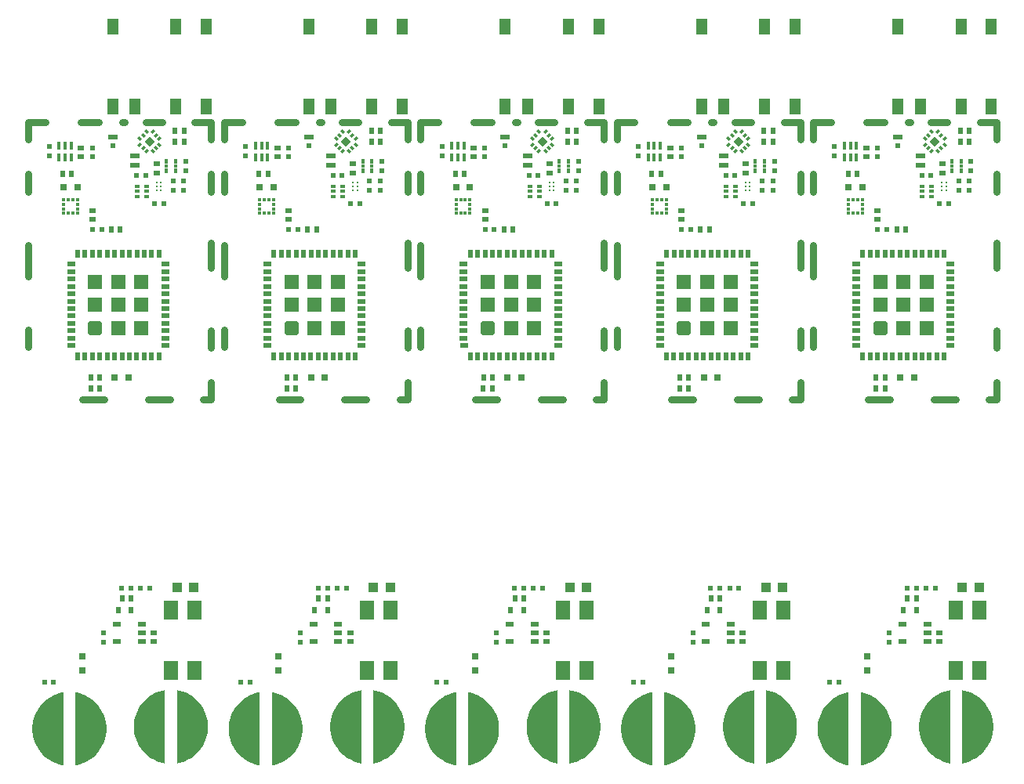
<source format=gtp>
G04*
G04 #@! TF.GenerationSoftware,Altium Limited,Altium Designer,19.1.7 (138)*
G04*
G04 Layer_Color=8421504*
%FSAX25Y25*%
%MOIN*%
G70*
G01*
G75*
%ADD11R,0.02362X0.01968*%
%ADD12R,0.03740X0.01890*%
%ADD13R,0.02362X0.02756*%
%ADD14R,0.02362X0.02520*%
%ADD15R,0.01968X0.02362*%
%ADD16R,0.03937X0.03937*%
%ADD17R,0.06102X0.08268*%
%ADD18R,0.02520X0.02362*%
%ADD20R,0.03150X0.03150*%
%ADD22R,0.03150X0.03150*%
%ADD23R,0.02441X0.02244*%
%ADD24R,0.03937X0.02244*%
%ADD25R,0.01575X0.03543*%
%ADD26R,0.05906X0.05906*%
G04:AMPARAMS|DCode=27|XSize=59.06mil|YSize=59.06mil|CornerRadius=5.91mil|HoleSize=0mil|Usage=FLASHONLY|Rotation=90.000|XOffset=0mil|YOffset=0mil|HoleType=Round|Shape=RoundedRectangle|*
%AMROUNDEDRECTD27*
21,1,0.05906,0.04724,0,0,90.0*
21,1,0.04724,0.05906,0,0,90.0*
1,1,0.01181,0.02362,0.02362*
1,1,0.01181,0.02362,-0.02362*
1,1,0.01181,-0.02362,-0.02362*
1,1,0.01181,-0.02362,0.02362*
%
%ADD27ROUNDEDRECTD27*%
%ADD30R,0.01181X0.01181*%
%ADD31R,0.01181X0.01181*%
%ADD32R,0.03937X0.02362*%
%ADD33R,0.01575X0.01968*%
%ADD34R,0.01575X0.01181*%
%ADD35C,0.01181*%
%ADD36R,0.01968X0.01181*%
%ADD37R,0.02244X0.02441*%
%ADD41R,0.05118X0.07087*%
%ADD43C,0.02953*%
%ADD77R,0.01968X0.03780*%
%ADD78R,0.01929X0.03740*%
%ADD79R,0.01929X0.03740*%
%ADD80R,0.03740X0.01929*%
%ADD81R,0.01968X0.03780*%
%ADD82R,0.01968X0.03780*%
%ADD83R,0.01968X0.03780*%
%ADD84C,0.00039*%
G04:AMPARAMS|DCode=85|XSize=9.84mil|YSize=16.73mil|CornerRadius=0mil|HoleSize=0mil|Usage=FLASHONLY|Rotation=45.000|XOffset=0mil|YOffset=0mil|HoleType=Round|Shape=Rectangle|*
%AMROTATEDRECTD85*
4,1,4,0.00244,-0.00940,-0.00940,0.00244,-0.00244,0.00940,0.00940,-0.00244,0.00244,-0.00940,0.0*
%
%ADD85ROTATEDRECTD85*%

G04:AMPARAMS|DCode=86|XSize=9.84mil|YSize=16.73mil|CornerRadius=0mil|HoleSize=0mil|Usage=FLASHONLY|Rotation=135.000|XOffset=0mil|YOffset=0mil|HoleType=Round|Shape=Rectangle|*
%AMROTATEDRECTD86*
4,1,4,0.00940,0.00244,-0.00244,-0.00940,-0.00940,-0.00244,0.00244,0.00940,0.00940,0.00244,0.0*
%
%ADD86ROTATEDRECTD86*%

%ADD87P,0.04454X4X360.0*%
G36*
X0491319Y0378022D02*
X0491319Y0377284D01*
X0490335D01*
Y0378366D01*
X0490974Y0378366D01*
X0491319Y0378022D01*
D02*
G37*
G36*
X0407854D02*
X0407854Y0377284D01*
X0406870D01*
Y0378366D01*
X0407510Y0378366D01*
X0407854Y0378022D01*
D02*
G37*
G36*
X0324390D02*
X0324390Y0377284D01*
X0323406D01*
Y0378366D01*
X0324045Y0378366D01*
X0324390Y0378022D01*
D02*
G37*
G36*
X0240925D02*
X0240925Y0377284D01*
X0239941D01*
Y0378366D01*
X0240581Y0378366D01*
X0240925Y0378022D01*
D02*
G37*
G36*
X0157461D02*
X0157461Y0377284D01*
X0156476D01*
Y0378366D01*
X0157116Y0378366D01*
X0157461Y0378022D01*
D02*
G37*
G36*
X0540007Y0174719D02*
X0541784Y0174207D01*
X0543489Y0173491D01*
X0545098Y0172580D01*
X0546590Y0171487D01*
X0547943Y0170227D01*
X0549140Y0168817D01*
X0550164Y0167276D01*
X0551000Y0165627D01*
X0551637Y0163891D01*
X0552067Y0162092D01*
X0552284Y0160256D01*
Y0159331D01*
X0552284Y0158406D01*
X0552067Y0156570D01*
X0551637Y0154771D01*
X0551000Y0153035D01*
X0550164Y0151385D01*
X0549140Y0149845D01*
X0547943Y0148435D01*
X0546590Y0147175D01*
X0545098Y0146082D01*
X0543489Y0145171D01*
X0541784Y0144454D01*
X0540007Y0143942D01*
X0539095Y0143792D01*
X0539095Y0143792D01*
Y0174869D01*
X0540007Y0174719D01*
D02*
G37*
G36*
X0456542D02*
X0458319Y0174207D01*
X0460024Y0173491D01*
X0461634Y0172580D01*
X0463125Y0171487D01*
X0464479Y0170227D01*
X0465676Y0168817D01*
X0466699Y0167276D01*
X0467535Y0165627D01*
X0468173Y0163891D01*
X0468603Y0162092D01*
X0468819Y0160256D01*
Y0159331D01*
X0468819Y0158406D01*
X0468603Y0156570D01*
X0468173Y0154771D01*
X0467535Y0153035D01*
X0466699Y0151385D01*
X0465676Y0149845D01*
X0464479Y0148435D01*
X0463126Y0147175D01*
X0461634Y0146082D01*
X0460024Y0145171D01*
X0458320Y0144454D01*
X0456542Y0143942D01*
X0455630Y0143792D01*
X0455630Y0143792D01*
Y0174869D01*
X0456542Y0174719D01*
D02*
G37*
G36*
X0373078D02*
X0374855Y0174207D01*
X0376560Y0173491D01*
X0378169Y0172580D01*
X0379661Y0171487D01*
X0381014Y0170227D01*
X0382211Y0168817D01*
X0383235Y0167276D01*
X0384071Y0165627D01*
X0384708Y0163891D01*
X0385138Y0162092D01*
X0385354Y0160256D01*
Y0159331D01*
X0385355Y0158406D01*
X0385138Y0156570D01*
X0384708Y0154771D01*
X0384071Y0153035D01*
X0383235Y0151385D01*
X0382211Y0149845D01*
X0381014Y0148435D01*
X0379661Y0147175D01*
X0378169Y0146082D01*
X0376560Y0145171D01*
X0374855Y0144454D01*
X0373078Y0143942D01*
X0372165Y0143792D01*
X0372165Y0143792D01*
Y0174869D01*
X0373078Y0174719D01*
D02*
G37*
G36*
X0289613D02*
X0291390Y0174207D01*
X0293095Y0173491D01*
X0294705Y0172580D01*
X0296196Y0171487D01*
X0297550Y0170227D01*
X0298746Y0168817D01*
X0299770Y0167276D01*
X0300606Y0165627D01*
X0301244Y0163891D01*
X0301674Y0162092D01*
X0301890Y0160256D01*
Y0159331D01*
X0301890Y0158406D01*
X0301674Y0156570D01*
X0301244Y0154771D01*
X0300606Y0153035D01*
X0299770Y0151385D01*
X0298746Y0149845D01*
X0297550Y0148435D01*
X0296196Y0147175D01*
X0294705Y0146082D01*
X0293095Y0145171D01*
X0291390Y0144454D01*
X0289613Y0143942D01*
X0288701Y0143792D01*
X0288701Y0143792D01*
Y0174869D01*
X0289613Y0174719D01*
D02*
G37*
G36*
X0206149D02*
X0207926Y0174207D01*
X0209631Y0173491D01*
X0211240Y0172580D01*
X0212732Y0171487D01*
X0214085Y0170227D01*
X0215282Y0168817D01*
X0216305Y0167276D01*
X0217142Y0165627D01*
X0217779Y0163891D01*
X0218209Y0162092D01*
X0218425Y0160256D01*
Y0159331D01*
X0218425Y0158406D01*
X0218209Y0156570D01*
X0217779Y0154771D01*
X0217142Y0153035D01*
X0216305Y0151385D01*
X0215282Y0149845D01*
X0214085Y0148435D01*
X0212732Y0147175D01*
X0211240Y0146082D01*
X0209631Y0145171D01*
X0207926Y0144454D01*
X0206149Y0143942D01*
X0205236Y0143792D01*
X0205236Y0143792D01*
Y0174869D01*
X0206149Y0174719D01*
D02*
G37*
G36*
X0533977Y0143792D02*
X0533064Y0143942D01*
X0531287Y0144454D01*
X0529582Y0145171D01*
X0527973Y0146082D01*
X0526481Y0147175D01*
X0525128Y0148435D01*
X0523931Y0149845D01*
X0522907Y0151385D01*
X0522071Y0153035D01*
X0521434Y0154771D01*
X0521004Y0156569D01*
X0520787Y0158406D01*
Y0159331D01*
Y0159331D01*
X0520787Y0160255D01*
X0521004Y0162092D01*
X0521434Y0163891D01*
X0522071Y0165627D01*
X0522907Y0167276D01*
X0523931Y0168816D01*
X0525128Y0170226D01*
X0526481Y0171486D01*
X0527973Y0172580D01*
X0529582Y0173491D01*
X0531287Y0174207D01*
X0533064Y0174719D01*
X0533977Y0174869D01*
X0533977Y0174869D01*
X0533977Y0143792D01*
D02*
G37*
G36*
X0450512D02*
X0449600Y0143942D01*
X0447823Y0144454D01*
X0446118Y0145171D01*
X0444508Y0146082D01*
X0443016Y0147175D01*
X0441663Y0148435D01*
X0440466Y0149845D01*
X0439443Y0151385D01*
X0438607Y0153035D01*
X0437969Y0154771D01*
X0437539Y0156569D01*
X0437323Y0158406D01*
Y0159331D01*
Y0159331D01*
X0437323Y0160255D01*
X0437539Y0162092D01*
X0437969Y0163891D01*
X0438607Y0165627D01*
X0439443Y0167276D01*
X0440466Y0168816D01*
X0441663Y0170226D01*
X0443016Y0171486D01*
X0444508Y0172580D01*
X0446117Y0173491D01*
X0447822Y0174207D01*
X0449600Y0174719D01*
X0450512Y0174869D01*
X0450512Y0174869D01*
X0450512Y0143792D01*
D02*
G37*
G36*
X0367047D02*
X0366135Y0143942D01*
X0364358Y0144454D01*
X0362653Y0145171D01*
X0361044Y0146082D01*
X0359552Y0147175D01*
X0358198Y0148435D01*
X0357002Y0149845D01*
X0355978Y0151385D01*
X0355142Y0153035D01*
X0354505Y0154771D01*
X0354075Y0156569D01*
X0353858Y0158406D01*
Y0159331D01*
Y0159331D01*
X0353858Y0160255D01*
X0354075Y0162092D01*
X0354504Y0163891D01*
X0355142Y0165627D01*
X0355978Y0167276D01*
X0357002Y0168816D01*
X0358198Y0170226D01*
X0359552Y0171486D01*
X0361044Y0172580D01*
X0362653Y0173491D01*
X0364358Y0174207D01*
X0366135Y0174719D01*
X0367047Y0174869D01*
X0367047Y0174869D01*
X0367047Y0143792D01*
D02*
G37*
G36*
X0283583D02*
X0282670Y0143942D01*
X0280893Y0144454D01*
X0279188Y0145171D01*
X0277579Y0146082D01*
X0276087Y0147175D01*
X0274734Y0148435D01*
X0273537Y0149845D01*
X0272514Y0151385D01*
X0271677Y0153035D01*
X0271040Y0154771D01*
X0270610Y0156569D01*
X0270394Y0158406D01*
Y0159331D01*
Y0159331D01*
X0270394Y0160255D01*
X0270610Y0162092D01*
X0271040Y0163891D01*
X0271677Y0165627D01*
X0272514Y0167276D01*
X0273537Y0168816D01*
X0274734Y0170226D01*
X0276087Y0171486D01*
X0277579Y0172580D01*
X0279188Y0173491D01*
X0280893Y0174207D01*
X0282670Y0174719D01*
X0283583Y0174869D01*
X0283583Y0174869D01*
X0283583Y0143792D01*
D02*
G37*
G36*
X0200118D02*
X0199206Y0143942D01*
X0197429Y0144454D01*
X0195724Y0145171D01*
X0194114Y0146082D01*
X0192623Y0147175D01*
X0191269Y0148435D01*
X0190073Y0149845D01*
X0189049Y0151385D01*
X0188213Y0153035D01*
X0187575Y0154771D01*
X0187145Y0156569D01*
X0186929Y0158406D01*
Y0159331D01*
Y0159331D01*
X0186929Y0160255D01*
X0187145Y0162092D01*
X0187575Y0163891D01*
X0188213Y0165627D01*
X0189049Y0167276D01*
X0190073Y0168816D01*
X0191269Y0170226D01*
X0192623Y0171486D01*
X0194114Y0172580D01*
X0195724Y0173491D01*
X0197429Y0174207D01*
X0199206Y0174719D01*
X0200118Y0174869D01*
X0200118Y0174869D01*
X0200118Y0143792D01*
D02*
G37*
G36*
X0496818Y0173853D02*
X0498595Y0173341D01*
X0500300Y0172625D01*
X0501909Y0171714D01*
X0503401Y0170621D01*
X0504754Y0169360D01*
X0505951Y0167950D01*
X0506975Y0166410D01*
X0507811Y0164761D01*
X0508448Y0163025D01*
X0508878Y0161226D01*
X0509095Y0159389D01*
Y0158465D01*
X0509095Y0157540D01*
X0508878Y0155703D01*
X0508448Y0153905D01*
X0507811Y0152169D01*
X0506975Y0150519D01*
X0505951Y0148979D01*
X0504754Y0147569D01*
X0503401Y0146309D01*
X0501909Y0145216D01*
X0500300Y0144305D01*
X0498595Y0143588D01*
X0496818Y0143076D01*
X0495906Y0142926D01*
X0495906Y0142926D01*
Y0174003D01*
X0496818Y0173853D01*
D02*
G37*
G36*
X0413353D02*
X0415131Y0173341D01*
X0416835Y0172625D01*
X0418445Y0171714D01*
X0419936Y0170621D01*
X0421290Y0169360D01*
X0422487Y0167950D01*
X0423510Y0166410D01*
X0424346Y0164761D01*
X0424984Y0163025D01*
X0425414Y0161226D01*
X0425630Y0159389D01*
Y0158465D01*
X0425630Y0157540D01*
X0425414Y0155703D01*
X0424984Y0153905D01*
X0424346Y0152169D01*
X0423510Y0150519D01*
X0422487Y0148979D01*
X0421290Y0147569D01*
X0419937Y0146309D01*
X0418445Y0145216D01*
X0416835Y0144305D01*
X0415131Y0143588D01*
X0413353Y0143076D01*
X0412441Y0142926D01*
X0412441Y0142926D01*
Y0174003D01*
X0413353Y0173853D01*
D02*
G37*
G36*
X0329889D02*
X0331666Y0173341D01*
X0333371Y0172625D01*
X0334980Y0171714D01*
X0336472Y0170621D01*
X0337825Y0169360D01*
X0339022Y0167950D01*
X0340046Y0166410D01*
X0340882Y0164761D01*
X0341519Y0163025D01*
X0341949Y0161226D01*
X0342166Y0159389D01*
Y0158465D01*
X0342166Y0157540D01*
X0341949Y0155703D01*
X0341519Y0153905D01*
X0340882Y0152169D01*
X0340046Y0150519D01*
X0339022Y0148979D01*
X0337825Y0147569D01*
X0336472Y0146309D01*
X0334980Y0145216D01*
X0333371Y0144305D01*
X0331666Y0143588D01*
X0329889Y0143076D01*
X0328976Y0142926D01*
X0328976Y0142926D01*
Y0174003D01*
X0329889Y0173853D01*
D02*
G37*
G36*
X0246424D02*
X0248201Y0173341D01*
X0249906Y0172625D01*
X0251516Y0171714D01*
X0253007Y0170621D01*
X0254361Y0169360D01*
X0255557Y0167950D01*
X0256581Y0166410D01*
X0257417Y0164761D01*
X0258055Y0163025D01*
X0258485Y0161226D01*
X0258701Y0159389D01*
Y0158465D01*
X0258701Y0157540D01*
X0258485Y0155703D01*
X0258055Y0153905D01*
X0257417Y0152169D01*
X0256581Y0150519D01*
X0255558Y0148979D01*
X0254361Y0147569D01*
X0253007Y0146309D01*
X0251516Y0145216D01*
X0249906Y0144305D01*
X0248201Y0143588D01*
X0246424Y0143076D01*
X0245512Y0142926D01*
X0245512Y0142926D01*
Y0174003D01*
X0246424Y0173853D01*
D02*
G37*
G36*
X0162960D02*
X0164737Y0173341D01*
X0166442Y0172625D01*
X0168051Y0171714D01*
X0169543Y0170621D01*
X0170896Y0169360D01*
X0172093Y0167950D01*
X0173117Y0166410D01*
X0173953Y0164761D01*
X0174590Y0163025D01*
X0175020Y0161226D01*
X0175236Y0159389D01*
Y0158465D01*
X0175236Y0157540D01*
X0175020Y0155703D01*
X0174590Y0153905D01*
X0173953Y0152169D01*
X0173117Y0150519D01*
X0172093Y0148979D01*
X0170896Y0147569D01*
X0169543Y0146309D01*
X0168051Y0145216D01*
X0166442Y0144305D01*
X0164737Y0143588D01*
X0162960Y0143076D01*
X0162047Y0142926D01*
X0162047Y0142926D01*
Y0174003D01*
X0162960Y0173853D01*
D02*
G37*
G36*
X0490788Y0142926D02*
X0489875Y0143076D01*
X0488098Y0143588D01*
X0486393Y0144305D01*
X0484784Y0145215D01*
X0483292Y0146309D01*
X0481939Y0147569D01*
X0480742Y0148979D01*
X0479718Y0150519D01*
X0478882Y0152169D01*
X0478245Y0153904D01*
X0477815Y0155703D01*
X0477598Y0157540D01*
Y0158464D01*
Y0158464D01*
X0477598Y0159389D01*
X0477815Y0161226D01*
X0478245Y0163024D01*
X0478882Y0164760D01*
X0479718Y0166410D01*
X0480742Y0167950D01*
X0481939Y0169360D01*
X0483292Y0170620D01*
X0484784Y0171713D01*
X0486393Y0172625D01*
X0488098Y0173341D01*
X0489875Y0173853D01*
X0490788Y0174003D01*
X0490788Y0174003D01*
X0490788Y0142926D01*
D02*
G37*
G36*
X0407323D02*
X0406411Y0143076D01*
X0404634Y0143588D01*
X0402929Y0144305D01*
X0401319Y0145215D01*
X0399828Y0146309D01*
X0398474Y0147569D01*
X0397277Y0148979D01*
X0396254Y0150519D01*
X0395418Y0152169D01*
X0394780Y0153904D01*
X0394350Y0155703D01*
X0394134Y0157540D01*
Y0158464D01*
Y0158464D01*
X0394134Y0159389D01*
X0394350Y0161226D01*
X0394780Y0163024D01*
X0395417Y0164760D01*
X0396254Y0166410D01*
X0397277Y0167950D01*
X0398474Y0169360D01*
X0399828Y0170620D01*
X0401319Y0171713D01*
X0402928Y0172625D01*
X0404634Y0173341D01*
X0406411Y0173853D01*
X0407323Y0174003D01*
X0407323Y0174003D01*
X0407323Y0142926D01*
D02*
G37*
G36*
X0323858D02*
X0322946Y0143076D01*
X0321169Y0143588D01*
X0319464Y0144305D01*
X0317855Y0145215D01*
X0316363Y0146309D01*
X0315009Y0147569D01*
X0313813Y0148979D01*
X0312789Y0150519D01*
X0311953Y0152169D01*
X0311316Y0153904D01*
X0310886Y0155703D01*
X0310669Y0157540D01*
Y0158464D01*
Y0158464D01*
X0310669Y0159389D01*
X0310886Y0161226D01*
X0311315Y0163024D01*
X0311953Y0164760D01*
X0312789Y0166410D01*
X0313813Y0167950D01*
X0315009Y0169360D01*
X0316363Y0170620D01*
X0317855Y0171713D01*
X0319464Y0172625D01*
X0321169Y0173341D01*
X0322946Y0173853D01*
X0323858Y0174003D01*
X0323858Y0174003D01*
X0323858Y0142926D01*
D02*
G37*
G36*
X0240394D02*
X0239481Y0143076D01*
X0237704Y0143588D01*
X0235999Y0144305D01*
X0234390Y0145215D01*
X0232898Y0146309D01*
X0231545Y0147569D01*
X0230348Y0148979D01*
X0229325Y0150519D01*
X0228488Y0152169D01*
X0227851Y0153904D01*
X0227421Y0155703D01*
X0227205Y0157540D01*
Y0158464D01*
Y0158464D01*
X0227205Y0159389D01*
X0227421Y0161226D01*
X0227851Y0163024D01*
X0228488Y0164760D01*
X0229325Y0166410D01*
X0230348Y0167950D01*
X0231545Y0169360D01*
X0232898Y0170620D01*
X0234390Y0171713D01*
X0235999Y0172625D01*
X0237704Y0173341D01*
X0239481Y0173853D01*
X0240394Y0174003D01*
X0240394Y0174003D01*
X0240394Y0142926D01*
D02*
G37*
G36*
X0156929D02*
X0156017Y0143076D01*
X0154240Y0143588D01*
X0152535Y0144305D01*
X0150926Y0145215D01*
X0149434Y0146309D01*
X0148080Y0147569D01*
X0146884Y0148979D01*
X0145860Y0150519D01*
X0145024Y0152169D01*
X0144386Y0153904D01*
X0143956Y0155703D01*
X0143740Y0157540D01*
Y0158464D01*
Y0158464D01*
X0143740Y0159389D01*
X0143956Y0161226D01*
X0144386Y0163024D01*
X0145024Y0164760D01*
X0145860Y0166410D01*
X0146883Y0167950D01*
X0148080Y0169360D01*
X0149434Y0170620D01*
X0150926Y0171713D01*
X0152535Y0172625D01*
X0154240Y0173341D01*
X0156017Y0173853D01*
X0156929Y0174003D01*
X0156929Y0174003D01*
X0156929Y0142926D01*
D02*
G37*
D11*
X0174151Y0199343D02*
D03*
Y0195405D02*
D03*
X0169213Y0405788D02*
D03*
Y0401851D02*
D03*
X0150945Y0406220D02*
D03*
Y0402283D02*
D03*
X0208937Y0395906D02*
D03*
Y0399843D02*
D03*
X0203661Y0391654D02*
D03*
Y0387717D02*
D03*
X0208150Y0391654D02*
D03*
Y0387717D02*
D03*
X0257615Y0199343D02*
D03*
Y0195405D02*
D03*
X0252677Y0405788D02*
D03*
Y0401851D02*
D03*
X0234409Y0406220D02*
D03*
Y0402283D02*
D03*
X0292402Y0395906D02*
D03*
Y0399843D02*
D03*
X0287126Y0391654D02*
D03*
Y0387717D02*
D03*
X0291614Y0391654D02*
D03*
Y0387717D02*
D03*
X0341080Y0199343D02*
D03*
Y0195405D02*
D03*
X0336142Y0405788D02*
D03*
Y0401851D02*
D03*
X0317874Y0406220D02*
D03*
Y0402283D02*
D03*
X0375866Y0395906D02*
D03*
Y0399843D02*
D03*
X0370590Y0391654D02*
D03*
Y0387717D02*
D03*
X0375079Y0391654D02*
D03*
Y0387717D02*
D03*
X0424544Y0199343D02*
D03*
Y0195405D02*
D03*
X0419606Y0405788D02*
D03*
Y0401851D02*
D03*
X0401339Y0406220D02*
D03*
Y0402283D02*
D03*
X0459331Y0395906D02*
D03*
Y0399843D02*
D03*
X0454055Y0391654D02*
D03*
Y0387717D02*
D03*
X0458543Y0391654D02*
D03*
Y0387717D02*
D03*
X0508009Y0199343D02*
D03*
Y0195405D02*
D03*
X0503071Y0405788D02*
D03*
Y0401851D02*
D03*
X0484803Y0406220D02*
D03*
Y0402283D02*
D03*
X0542795Y0395906D02*
D03*
Y0399843D02*
D03*
X0537520Y0391654D02*
D03*
Y0387717D02*
D03*
X0542008Y0391654D02*
D03*
Y0387717D02*
D03*
D12*
X0190371Y0199240D02*
D03*
X0179741Y0195499D02*
D03*
Y0202980D02*
D03*
X0190371D02*
D03*
Y0195499D02*
D03*
X0273835Y0199240D02*
D03*
X0263206Y0195499D02*
D03*
Y0202980D02*
D03*
X0273835D02*
D03*
Y0195499D02*
D03*
X0357300Y0199240D02*
D03*
X0346670Y0195499D02*
D03*
Y0202980D02*
D03*
X0357300D02*
D03*
Y0195499D02*
D03*
X0440765Y0199240D02*
D03*
X0430135Y0195499D02*
D03*
Y0202980D02*
D03*
X0440765D02*
D03*
Y0195499D02*
D03*
X0524229Y0199240D02*
D03*
X0513599Y0195499D02*
D03*
Y0202980D02*
D03*
X0524229D02*
D03*
Y0195499D02*
D03*
D13*
X0185748Y0208858D02*
D03*
X0180236D02*
D03*
X0269213D02*
D03*
X0263701D02*
D03*
X0352677D02*
D03*
X0347165D02*
D03*
X0436142D02*
D03*
X0430630D02*
D03*
X0519606D02*
D03*
X0514095D02*
D03*
D14*
X0185709Y0213976D02*
D03*
X0181929D02*
D03*
X0168543Y0303307D02*
D03*
X0172323D02*
D03*
X0168583Y0307992D02*
D03*
X0172362D02*
D03*
X0160472Y0394488D02*
D03*
X0156693D02*
D03*
X0181142Y0370827D02*
D03*
X0177362D02*
D03*
X0208189Y0412992D02*
D03*
X0204409D02*
D03*
X0208189Y0408268D02*
D03*
X0204409D02*
D03*
X0269173Y0213976D02*
D03*
X0265394D02*
D03*
X0252008Y0303307D02*
D03*
X0255787D02*
D03*
X0252047Y0307992D02*
D03*
X0255827D02*
D03*
X0243937Y0394488D02*
D03*
X0240157D02*
D03*
X0264606Y0370827D02*
D03*
X0260827D02*
D03*
X0291653Y0412992D02*
D03*
X0287874D02*
D03*
X0291653Y0408268D02*
D03*
X0287874D02*
D03*
X0352638Y0213976D02*
D03*
X0348858D02*
D03*
X0335472Y0303307D02*
D03*
X0339252D02*
D03*
X0335512Y0307992D02*
D03*
X0339291D02*
D03*
X0327401Y0394488D02*
D03*
X0323622D02*
D03*
X0348071Y0370827D02*
D03*
X0344291D02*
D03*
X0375118Y0412992D02*
D03*
X0371339D02*
D03*
X0375118Y0408268D02*
D03*
X0371339D02*
D03*
X0436102Y0213976D02*
D03*
X0432323D02*
D03*
X0418937Y0303307D02*
D03*
X0422717D02*
D03*
X0418976Y0307992D02*
D03*
X0422756D02*
D03*
X0410866Y0394488D02*
D03*
X0407087D02*
D03*
X0431535Y0370827D02*
D03*
X0427756D02*
D03*
X0458583Y0412992D02*
D03*
X0454803D02*
D03*
X0458583Y0408268D02*
D03*
X0454803D02*
D03*
X0519567Y0213976D02*
D03*
X0515788D02*
D03*
X0502402Y0303307D02*
D03*
X0506181D02*
D03*
X0502441Y0307992D02*
D03*
X0506220D02*
D03*
X0494331Y0394488D02*
D03*
X0490551D02*
D03*
X0515000Y0370827D02*
D03*
X0511221D02*
D03*
X0542047Y0412992D02*
D03*
X0538268D02*
D03*
X0542047Y0408268D02*
D03*
X0538268D02*
D03*
D15*
X0181772Y0218425D02*
D03*
X0185709D02*
D03*
X0189803D02*
D03*
X0193740D02*
D03*
X0152835Y0178228D02*
D03*
X0148898D02*
D03*
X0173189Y0370827D02*
D03*
X0169252D02*
D03*
X0195590Y0381851D02*
D03*
X0199528D02*
D03*
X0265236Y0218425D02*
D03*
X0269173D02*
D03*
X0273268D02*
D03*
X0277205D02*
D03*
X0236299Y0178228D02*
D03*
X0232362D02*
D03*
X0256653Y0370827D02*
D03*
X0252716D02*
D03*
X0279055Y0381851D02*
D03*
X0282992D02*
D03*
X0348701Y0218425D02*
D03*
X0352638D02*
D03*
X0356732D02*
D03*
X0360669D02*
D03*
X0319764Y0178228D02*
D03*
X0315827D02*
D03*
X0340118Y0370827D02*
D03*
X0336181D02*
D03*
X0362520Y0381851D02*
D03*
X0366457D02*
D03*
X0432165Y0218425D02*
D03*
X0436102D02*
D03*
X0440197D02*
D03*
X0444134D02*
D03*
X0403228Y0178228D02*
D03*
X0399291D02*
D03*
X0423583Y0370827D02*
D03*
X0419646D02*
D03*
X0445984Y0381851D02*
D03*
X0449921D02*
D03*
X0515630Y0218425D02*
D03*
X0519567D02*
D03*
X0523662D02*
D03*
X0527598D02*
D03*
X0486693Y0178228D02*
D03*
X0482756D02*
D03*
X0507047Y0370827D02*
D03*
X0503110D02*
D03*
X0529449Y0381851D02*
D03*
X0533386D02*
D03*
D16*
X0205297Y0218622D02*
D03*
X0212384D02*
D03*
X0288762D02*
D03*
X0295848D02*
D03*
X0372226D02*
D03*
X0379313D02*
D03*
X0455691D02*
D03*
X0462777D02*
D03*
X0539155D02*
D03*
X0546242D02*
D03*
D17*
X0202559Y0208819D02*
D03*
X0212559Y0183228D02*
D03*
X0202559D02*
D03*
X0212559Y0208819D02*
D03*
X0286024D02*
D03*
X0296024Y0183228D02*
D03*
X0286024D02*
D03*
X0296024Y0208819D02*
D03*
X0369488D02*
D03*
X0379488Y0183228D02*
D03*
X0369488D02*
D03*
X0379488Y0208819D02*
D03*
X0452953D02*
D03*
X0462953Y0183228D02*
D03*
X0452953D02*
D03*
X0462953Y0208819D02*
D03*
X0536417D02*
D03*
X0546417Y0183228D02*
D03*
X0536417D02*
D03*
X0546417Y0208819D02*
D03*
D18*
X0195410Y0195484D02*
D03*
Y0199264D02*
D03*
X0164488Y0401929D02*
D03*
Y0405709D02*
D03*
X0169252Y0379055D02*
D03*
Y0375276D02*
D03*
X0196693Y0395079D02*
D03*
Y0398858D02*
D03*
X0278875Y0195484D02*
D03*
Y0199264D02*
D03*
X0247953Y0401929D02*
D03*
Y0405709D02*
D03*
X0252716Y0379055D02*
D03*
Y0375276D02*
D03*
X0280157Y0395079D02*
D03*
Y0398858D02*
D03*
X0362339Y0195484D02*
D03*
Y0199264D02*
D03*
X0331417Y0401929D02*
D03*
Y0405709D02*
D03*
X0336181Y0379055D02*
D03*
Y0375276D02*
D03*
X0363622Y0395079D02*
D03*
Y0398858D02*
D03*
X0445804Y0195484D02*
D03*
Y0199264D02*
D03*
X0414882Y0401929D02*
D03*
Y0405709D02*
D03*
X0419646Y0379055D02*
D03*
Y0375276D02*
D03*
X0447087Y0395079D02*
D03*
Y0398858D02*
D03*
X0529269Y0195484D02*
D03*
Y0199264D02*
D03*
X0498347Y0401929D02*
D03*
Y0405709D02*
D03*
X0503110Y0379055D02*
D03*
Y0375276D02*
D03*
X0530551Y0395079D02*
D03*
Y0398858D02*
D03*
D20*
X0164961Y0183169D02*
D03*
Y0189469D02*
D03*
X0248425Y0183169D02*
D03*
Y0189469D02*
D03*
X0331890Y0183169D02*
D03*
Y0189469D02*
D03*
X0415354Y0183169D02*
D03*
Y0189469D02*
D03*
X0498819Y0183169D02*
D03*
Y0189469D02*
D03*
D22*
X0184685Y0308032D02*
D03*
X0178779D02*
D03*
X0156968Y0389055D02*
D03*
X0162874D02*
D03*
X0268150Y0308032D02*
D03*
X0262244D02*
D03*
X0240433Y0389055D02*
D03*
X0246339D02*
D03*
X0351614Y0308032D02*
D03*
X0345709D02*
D03*
X0323898Y0389055D02*
D03*
X0329803D02*
D03*
X0435079Y0308032D02*
D03*
X0429173D02*
D03*
X0407362Y0389055D02*
D03*
X0413268D02*
D03*
X0518543Y0308032D02*
D03*
X0512638D02*
D03*
X0490827Y0389055D02*
D03*
X0496732D02*
D03*
D23*
X0177874Y0406693D02*
D03*
X0261338D02*
D03*
X0344803D02*
D03*
X0428268D02*
D03*
X0511732D02*
D03*
D24*
X0177874Y0410394D02*
D03*
X0261338D02*
D03*
X0344803D02*
D03*
X0428268D02*
D03*
X0511732D02*
D03*
D25*
X0155157Y0401654D02*
D03*
X0157717D02*
D03*
X0160276D02*
D03*
Y0406772D02*
D03*
X0157717D02*
D03*
X0155157D02*
D03*
X0238622Y0401654D02*
D03*
X0241181D02*
D03*
X0243740D02*
D03*
Y0406772D02*
D03*
X0241181D02*
D03*
X0238622D02*
D03*
X0322087Y0401654D02*
D03*
X0324646D02*
D03*
X0327205D02*
D03*
Y0406772D02*
D03*
X0324646D02*
D03*
X0322087D02*
D03*
X0405551Y0401654D02*
D03*
X0408110D02*
D03*
X0410669D02*
D03*
Y0406772D02*
D03*
X0408110D02*
D03*
X0405551D02*
D03*
X0489016Y0401654D02*
D03*
X0491575D02*
D03*
X0494134D02*
D03*
Y0406772D02*
D03*
X0491575D02*
D03*
X0489016D02*
D03*
D26*
X0190118Y0348748D02*
D03*
Y0338906D02*
D03*
Y0328965D02*
D03*
X0180276Y0348748D02*
D03*
Y0338906D02*
D03*
Y0329063D02*
D03*
X0170433Y0348748D02*
D03*
X0170433Y0338906D02*
D03*
X0273583Y0348748D02*
D03*
Y0338906D02*
D03*
Y0328965D02*
D03*
X0263740Y0348748D02*
D03*
Y0338906D02*
D03*
Y0329063D02*
D03*
X0253898Y0348748D02*
D03*
X0253898Y0338906D02*
D03*
X0357047Y0348748D02*
D03*
Y0338906D02*
D03*
Y0328965D02*
D03*
X0347205Y0348748D02*
D03*
Y0338906D02*
D03*
Y0329063D02*
D03*
X0337362Y0348748D02*
D03*
X0337362Y0338906D02*
D03*
X0440512Y0348748D02*
D03*
Y0338906D02*
D03*
Y0328965D02*
D03*
X0430669Y0348748D02*
D03*
Y0338906D02*
D03*
Y0329063D02*
D03*
X0420827Y0348748D02*
D03*
X0420827Y0338906D02*
D03*
X0523976Y0348748D02*
D03*
Y0338906D02*
D03*
Y0328965D02*
D03*
X0514134Y0348748D02*
D03*
Y0338906D02*
D03*
Y0329063D02*
D03*
X0504291Y0348748D02*
D03*
X0504291Y0338906D02*
D03*
D27*
X0170433Y0329063D02*
D03*
X0253898D02*
D03*
X0337362D02*
D03*
X0420827D02*
D03*
X0504291D02*
D03*
D30*
X0156968Y0379803D02*
D03*
Y0381772D02*
D03*
X0162874D02*
D03*
X0162874Y0379803D02*
D03*
X0240433D02*
D03*
Y0381772D02*
D03*
X0246339D02*
D03*
X0246339Y0379803D02*
D03*
X0323898D02*
D03*
Y0381772D02*
D03*
X0329803D02*
D03*
X0329803Y0379803D02*
D03*
X0407362D02*
D03*
Y0381772D02*
D03*
X0413268D02*
D03*
X0413268Y0379803D02*
D03*
X0490827D02*
D03*
Y0381772D02*
D03*
X0496732D02*
D03*
X0496732Y0379803D02*
D03*
D31*
X0156968Y0383740D02*
D03*
X0158937D02*
D03*
X0160906D02*
D03*
X0162874D02*
D03*
Y0377835D02*
D03*
X0160906D02*
D03*
X0158937D02*
D03*
X0156968D02*
D03*
X0240433Y0383740D02*
D03*
X0242402D02*
D03*
X0244370D02*
D03*
X0246339D02*
D03*
Y0377835D02*
D03*
X0244370D02*
D03*
X0242402D02*
D03*
X0240433D02*
D03*
X0323898Y0383740D02*
D03*
X0325866D02*
D03*
X0327835D02*
D03*
X0329803D02*
D03*
Y0377835D02*
D03*
X0327835D02*
D03*
X0325866D02*
D03*
X0323898D02*
D03*
X0407362Y0383740D02*
D03*
X0409331D02*
D03*
X0411299D02*
D03*
X0413268D02*
D03*
Y0377835D02*
D03*
X0411299D02*
D03*
X0409331D02*
D03*
X0407362D02*
D03*
X0490827Y0383740D02*
D03*
X0492795D02*
D03*
X0494764D02*
D03*
X0496732D02*
D03*
Y0377835D02*
D03*
X0494764D02*
D03*
X0492795D02*
D03*
X0490827D02*
D03*
D32*
X0187323Y0398386D02*
D03*
Y0402166D02*
D03*
X0270787Y0398386D02*
D03*
Y0402166D02*
D03*
X0354252Y0398386D02*
D03*
Y0402166D02*
D03*
X0437716Y0398386D02*
D03*
Y0402166D02*
D03*
X0521181Y0398386D02*
D03*
Y0402166D02*
D03*
D33*
X0200709Y0395945D02*
D03*
Y0400118D02*
D03*
X0204646Y0395945D02*
D03*
Y0400118D02*
D03*
X0284173Y0395945D02*
D03*
Y0400118D02*
D03*
X0288110Y0395945D02*
D03*
Y0400118D02*
D03*
X0367638Y0395945D02*
D03*
Y0400118D02*
D03*
X0371575Y0395945D02*
D03*
Y0400118D02*
D03*
X0451102Y0395945D02*
D03*
Y0400118D02*
D03*
X0455039Y0395945D02*
D03*
Y0400118D02*
D03*
X0534567Y0395945D02*
D03*
Y0400118D02*
D03*
X0538504Y0395945D02*
D03*
Y0400118D02*
D03*
D34*
X0200709Y0398032D02*
D03*
X0204646D02*
D03*
X0284173D02*
D03*
X0288110D02*
D03*
X0367638D02*
D03*
X0371575D02*
D03*
X0451102D02*
D03*
X0455039D02*
D03*
X0534567D02*
D03*
X0538504D02*
D03*
D35*
X0196634Y0391102D02*
D03*
X0198406D02*
D03*
X0196634Y0389331D02*
D03*
X0198406D02*
D03*
X0196634Y0387559D02*
D03*
X0198406D02*
D03*
X0280098Y0391102D02*
D03*
X0281870D02*
D03*
X0280098Y0389331D02*
D03*
X0281870D02*
D03*
X0280098Y0387559D02*
D03*
X0281870D02*
D03*
X0363563Y0391102D02*
D03*
X0365335D02*
D03*
X0363563Y0389331D02*
D03*
X0365335D02*
D03*
X0363563Y0387559D02*
D03*
X0365335D02*
D03*
X0447027Y0391102D02*
D03*
X0448799D02*
D03*
X0447027Y0389331D02*
D03*
X0448799D02*
D03*
X0447027Y0387559D02*
D03*
X0448799D02*
D03*
X0530492Y0391102D02*
D03*
X0532264D02*
D03*
X0530492Y0389331D02*
D03*
X0532264D02*
D03*
X0530492Y0387559D02*
D03*
X0532264D02*
D03*
D36*
X0192244Y0389331D02*
D03*
Y0387165D02*
D03*
Y0385000D02*
D03*
X0188307Y0389331D02*
D03*
Y0387165D02*
D03*
Y0385000D02*
D03*
X0275709Y0389331D02*
D03*
Y0387165D02*
D03*
Y0385000D02*
D03*
X0271772Y0389331D02*
D03*
Y0387165D02*
D03*
Y0385000D02*
D03*
X0359173Y0389331D02*
D03*
Y0387165D02*
D03*
Y0385000D02*
D03*
X0355236Y0389331D02*
D03*
Y0387165D02*
D03*
Y0385000D02*
D03*
X0442638Y0389331D02*
D03*
Y0387165D02*
D03*
Y0385000D02*
D03*
X0438701Y0389331D02*
D03*
Y0387165D02*
D03*
Y0385000D02*
D03*
X0526102Y0389331D02*
D03*
Y0387165D02*
D03*
Y0385000D02*
D03*
X0522165Y0389331D02*
D03*
Y0387165D02*
D03*
Y0385000D02*
D03*
D37*
X0191850Y0394016D02*
D03*
X0188150D02*
D03*
X0275315D02*
D03*
X0271614D02*
D03*
X0358780D02*
D03*
X0355079D02*
D03*
X0442244D02*
D03*
X0438543D02*
D03*
X0525709D02*
D03*
X0522008D02*
D03*
D41*
X0204646Y0457323D02*
D03*
X0217638D02*
D03*
X0177874D02*
D03*
X0217638Y0423465D02*
D03*
X0204646D02*
D03*
X0187323D02*
D03*
X0177874D02*
D03*
X0288110Y0457323D02*
D03*
X0301102D02*
D03*
X0261338D02*
D03*
X0301102Y0423465D02*
D03*
X0288110D02*
D03*
X0270787D02*
D03*
X0261338D02*
D03*
X0371575Y0457323D02*
D03*
X0384567D02*
D03*
X0344803D02*
D03*
X0384567Y0423465D02*
D03*
X0371575D02*
D03*
X0354252D02*
D03*
X0344803D02*
D03*
X0455039Y0457323D02*
D03*
X0468032D02*
D03*
X0428268D02*
D03*
X0468032Y0423465D02*
D03*
X0455039D02*
D03*
X0437716D02*
D03*
X0428268D02*
D03*
X0538504Y0457323D02*
D03*
X0551496D02*
D03*
X0511732D02*
D03*
X0551496Y0423465D02*
D03*
X0538504D02*
D03*
X0521181D02*
D03*
X0511732D02*
D03*
D43*
X0212815Y0416614D02*
X0219803D01*
X0191850D02*
X0198839D01*
X0219803Y0320682D02*
Y0328061D01*
Y0298543D02*
Y0305923D01*
Y0409235D02*
Y0416614D01*
Y0387097D02*
Y0394476D01*
X0193032Y0298543D02*
X0202362D01*
X0165039D02*
X0174370D01*
X0141850Y0320810D02*
Y0328179D01*
Y0409245D02*
Y0416614D01*
Y0387136D02*
Y0394506D01*
X0164498Y0416614D02*
X0172047D01*
X0141850D02*
X0149400D01*
X0182087D02*
X0183056D01*
X0219803Y0354631D02*
Y0365473D01*
X0216398Y0298543D02*
X0219803D01*
X0141850Y0350891D02*
Y0364424D01*
X0141850Y0416614D02*
X0141850D01*
X0296280D02*
X0303268D01*
X0275315D02*
X0282303D01*
X0303268Y0320682D02*
Y0328061D01*
Y0298543D02*
Y0305923D01*
Y0409235D02*
Y0416614D01*
Y0387097D02*
Y0394476D01*
X0276496Y0298543D02*
X0285827D01*
X0248504D02*
X0257835D01*
X0225315Y0320810D02*
Y0328179D01*
Y0409245D02*
Y0416614D01*
Y0387136D02*
Y0394506D01*
X0247963Y0416614D02*
X0255512D01*
X0225315D02*
X0232864D01*
X0265551D02*
X0266521D01*
X0303268Y0354631D02*
Y0365473D01*
X0299862Y0298543D02*
X0303268D01*
X0225315Y0350891D02*
Y0364424D01*
X0225315Y0416614D02*
X0225315D01*
X0379744D02*
X0386732D01*
X0358780D02*
X0365768D01*
X0386732Y0320682D02*
Y0328061D01*
Y0298543D02*
Y0305923D01*
Y0409235D02*
Y0416614D01*
Y0387097D02*
Y0394476D01*
X0359961Y0298543D02*
X0369291D01*
X0331968D02*
X0341299D01*
X0308780Y0320810D02*
Y0328179D01*
Y0409245D02*
Y0416614D01*
Y0387136D02*
Y0394506D01*
X0331427Y0416614D02*
X0338976D01*
X0308780D02*
X0316329D01*
X0349016D02*
X0349986D01*
X0386732Y0354631D02*
Y0365473D01*
X0383327Y0298543D02*
X0386732D01*
X0308780Y0350891D02*
Y0364424D01*
X0308780Y0416614D02*
X0308780D01*
X0463209D02*
X0470197D01*
X0442244D02*
X0449232D01*
X0470197Y0320682D02*
Y0328061D01*
Y0298543D02*
Y0305923D01*
Y0409235D02*
Y0416614D01*
Y0387097D02*
Y0394476D01*
X0443425Y0298543D02*
X0452756D01*
X0415433D02*
X0424764D01*
X0392244Y0320810D02*
Y0328179D01*
Y0409245D02*
Y0416614D01*
Y0387136D02*
Y0394506D01*
X0414892Y0416614D02*
X0422441D01*
X0392244D02*
X0399793D01*
X0432480D02*
X0433450D01*
X0470197Y0354631D02*
Y0365473D01*
X0466791Y0298543D02*
X0470197D01*
X0392244Y0350891D02*
Y0364424D01*
X0392244Y0416614D02*
X0392244D01*
X0546673D02*
X0553661D01*
X0525709D02*
X0532697D01*
X0553661Y0320682D02*
Y0328061D01*
Y0298543D02*
Y0305923D01*
Y0409235D02*
Y0416614D01*
Y0387097D02*
Y0394476D01*
X0526890Y0298543D02*
X0536221D01*
X0498898D02*
X0508228D01*
X0475709Y0320810D02*
Y0328179D01*
Y0409245D02*
Y0416614D01*
Y0387136D02*
Y0394506D01*
X0498356Y0416614D02*
X0505905D01*
X0475709D02*
X0483258D01*
X0515945D02*
X0516915D01*
X0553661Y0354631D02*
Y0365473D01*
X0550256Y0298543D02*
X0553661D01*
X0475709Y0350891D02*
Y0364424D01*
X0475709Y0416614D02*
X0475709D01*
D77*
X0162933Y0317126D02*
D03*
X0329862D02*
D03*
X0496791D02*
D03*
D78*
X0166063Y0317107D02*
D03*
X0169252D02*
D03*
X0175551Y0317106D02*
D03*
X0178701D02*
D03*
X0181850Y0317107D02*
D03*
X0185000Y0317106D02*
D03*
X0188150D02*
D03*
X0191299Y0317107D02*
D03*
X0194449Y0317106D02*
D03*
X0197599D02*
D03*
X0249527Y0317107D02*
D03*
X0252716D02*
D03*
X0259016Y0317106D02*
D03*
X0262166D02*
D03*
X0265315Y0317107D02*
D03*
X0268465Y0317106D02*
D03*
X0271614D02*
D03*
X0274763Y0317107D02*
D03*
X0277914Y0317106D02*
D03*
X0281063D02*
D03*
X0332992Y0317107D02*
D03*
X0336181D02*
D03*
X0342481Y0317106D02*
D03*
X0345630D02*
D03*
X0348779Y0317107D02*
D03*
X0351929Y0317106D02*
D03*
X0355079D02*
D03*
X0358228Y0317107D02*
D03*
X0361378Y0317106D02*
D03*
X0364528D02*
D03*
X0416456Y0317107D02*
D03*
X0419645D02*
D03*
X0425945Y0317106D02*
D03*
X0429095D02*
D03*
X0432244Y0317107D02*
D03*
X0435394Y0317106D02*
D03*
X0438544D02*
D03*
X0441693Y0317107D02*
D03*
X0444843Y0317106D02*
D03*
X0447992D02*
D03*
X0499921Y0317107D02*
D03*
X0503110D02*
D03*
X0509410Y0317106D02*
D03*
X0512559D02*
D03*
X0515708Y0317107D02*
D03*
X0518858Y0317106D02*
D03*
X0522008D02*
D03*
X0525157Y0317107D02*
D03*
X0528307Y0317106D02*
D03*
X0531457D02*
D03*
D79*
X0172401Y0317106D02*
D03*
X0255866D02*
D03*
X0339331D02*
D03*
X0422795D02*
D03*
X0506260D02*
D03*
D80*
X0200275Y0321555D02*
D03*
Y0324705D02*
D03*
Y0327894D02*
D03*
X0200276Y0331043D02*
D03*
X0200275Y0334154D02*
D03*
X0200276Y0337303D02*
D03*
X0200275Y0340453D02*
D03*
Y0343603D02*
D03*
Y0346752D02*
D03*
X0200276Y0349901D02*
D03*
Y0353090D02*
D03*
X0200275Y0356398D02*
D03*
X0160275Y0321555D02*
D03*
X0160237Y0324744D02*
D03*
Y0327893D02*
D03*
X0160236Y0331044D02*
D03*
X0160237Y0334193D02*
D03*
X0160236Y0337303D02*
D03*
X0160237Y0340453D02*
D03*
Y0343602D02*
D03*
X0160236Y0346752D02*
D03*
X0160237Y0349901D02*
D03*
Y0353051D02*
D03*
Y0356240D02*
D03*
X0283740Y0321555D02*
D03*
Y0324705D02*
D03*
Y0327894D02*
D03*
X0283740Y0331043D02*
D03*
X0283740Y0334154D02*
D03*
X0283740Y0337303D02*
D03*
X0283740Y0340453D02*
D03*
Y0343603D02*
D03*
Y0346752D02*
D03*
X0283740Y0349901D02*
D03*
Y0353090D02*
D03*
X0283740Y0356398D02*
D03*
X0243740Y0321555D02*
D03*
X0243701Y0324744D02*
D03*
Y0327893D02*
D03*
X0243701Y0331044D02*
D03*
X0243701Y0334193D02*
D03*
X0243701Y0337303D02*
D03*
X0243701Y0340453D02*
D03*
Y0343602D02*
D03*
X0243701Y0346752D02*
D03*
X0243701Y0349901D02*
D03*
Y0353051D02*
D03*
Y0356240D02*
D03*
X0367204Y0321555D02*
D03*
Y0324705D02*
D03*
Y0327894D02*
D03*
X0367205Y0331043D02*
D03*
X0367204Y0334154D02*
D03*
X0367205Y0337303D02*
D03*
X0367204Y0340453D02*
D03*
Y0343603D02*
D03*
Y0346752D02*
D03*
X0367205Y0349901D02*
D03*
Y0353090D02*
D03*
X0367204Y0356398D02*
D03*
X0327204Y0321555D02*
D03*
X0327166Y0324744D02*
D03*
Y0327893D02*
D03*
X0327165Y0331044D02*
D03*
X0327166Y0334193D02*
D03*
X0327165Y0337303D02*
D03*
X0327166Y0340453D02*
D03*
Y0343602D02*
D03*
X0327165Y0346752D02*
D03*
X0327166Y0349901D02*
D03*
Y0353051D02*
D03*
Y0356240D02*
D03*
X0450669Y0321555D02*
D03*
Y0324705D02*
D03*
Y0327894D02*
D03*
X0450669Y0331043D02*
D03*
X0450669Y0334154D02*
D03*
X0450669Y0337303D02*
D03*
X0450669Y0340453D02*
D03*
Y0343603D02*
D03*
Y0346752D02*
D03*
X0450669Y0349901D02*
D03*
Y0353090D02*
D03*
X0450669Y0356398D02*
D03*
X0410669Y0321555D02*
D03*
X0410630Y0324744D02*
D03*
Y0327893D02*
D03*
X0410630Y0331044D02*
D03*
X0410630Y0334193D02*
D03*
X0410630Y0337303D02*
D03*
X0410630Y0340453D02*
D03*
Y0343602D02*
D03*
X0410630Y0346752D02*
D03*
X0410630Y0349901D02*
D03*
Y0353051D02*
D03*
Y0356240D02*
D03*
X0534134Y0321555D02*
D03*
Y0324705D02*
D03*
Y0327894D02*
D03*
X0534134Y0331043D02*
D03*
X0534134Y0334154D02*
D03*
X0534134Y0337303D02*
D03*
X0534134Y0340453D02*
D03*
Y0343603D02*
D03*
Y0346752D02*
D03*
X0534134Y0349901D02*
D03*
Y0353090D02*
D03*
X0534134Y0356398D02*
D03*
X0494134Y0321555D02*
D03*
X0494095Y0324744D02*
D03*
Y0327893D02*
D03*
X0494094Y0331044D02*
D03*
X0494095Y0334193D02*
D03*
X0494094Y0337303D02*
D03*
X0494095Y0340453D02*
D03*
Y0343602D02*
D03*
X0494094Y0346752D02*
D03*
X0494095Y0349901D02*
D03*
Y0353051D02*
D03*
Y0356240D02*
D03*
D81*
X0162972Y0360669D02*
D03*
X0166122D02*
D03*
X0172421D02*
D03*
X0181870D02*
D03*
X0185020D02*
D03*
X0191319D02*
D03*
X0194468D02*
D03*
X0252736D02*
D03*
X0259035D02*
D03*
X0262185D02*
D03*
X0271634D02*
D03*
X0281083D02*
D03*
X0329902D02*
D03*
X0333051D02*
D03*
X0339350D02*
D03*
X0348799D02*
D03*
X0351949D02*
D03*
X0358248D02*
D03*
X0361398D02*
D03*
X0419665D02*
D03*
X0425965D02*
D03*
X0429114D02*
D03*
X0438563D02*
D03*
X0448012D02*
D03*
X0496831D02*
D03*
X0499980D02*
D03*
X0506280D02*
D03*
X0515728D02*
D03*
X0518878D02*
D03*
X0525177D02*
D03*
X0528327D02*
D03*
D82*
X0169272D02*
D03*
X0175571D02*
D03*
X0178720D02*
D03*
X0188169D02*
D03*
X0197618D02*
D03*
X0246437D02*
D03*
X0249587D02*
D03*
X0255886D02*
D03*
X0265335D02*
D03*
X0268484D02*
D03*
X0274783D02*
D03*
X0277933D02*
D03*
X0336201D02*
D03*
X0342500D02*
D03*
X0345650D02*
D03*
X0355098D02*
D03*
X0364547D02*
D03*
X0413366D02*
D03*
X0416516D02*
D03*
X0422815D02*
D03*
X0432264D02*
D03*
X0435413D02*
D03*
X0441713D02*
D03*
X0444862D02*
D03*
X0503130D02*
D03*
X0509429D02*
D03*
X0512579D02*
D03*
X0522027D02*
D03*
X0531476D02*
D03*
D83*
X0246398Y0317126D02*
D03*
X0413327D02*
D03*
D84*
X0153760Y0188740D02*
D03*
X0148760D02*
D03*
X0153760Y0193740D02*
D03*
X0148760D02*
D03*
X0153760Y0198740D02*
D03*
X0148760D02*
D03*
X0237224Y0188740D02*
D03*
X0232224D02*
D03*
X0237224Y0193740D02*
D03*
X0232224D02*
D03*
X0237224Y0198740D02*
D03*
X0232224D02*
D03*
X0320689Y0188740D02*
D03*
X0315689D02*
D03*
X0320689Y0193740D02*
D03*
X0315689D02*
D03*
X0320689Y0198740D02*
D03*
X0315689D02*
D03*
X0404154Y0188740D02*
D03*
X0399154D02*
D03*
X0404154Y0193740D02*
D03*
X0399154D02*
D03*
X0404154Y0198740D02*
D03*
X0399154D02*
D03*
X0487618Y0188740D02*
D03*
X0482618D02*
D03*
X0487618Y0193740D02*
D03*
X0482618D02*
D03*
X0487618Y0198740D02*
D03*
X0482618D02*
D03*
D85*
X0194966Y0404179D02*
D03*
X0196261Y0405668D02*
D03*
X0197750Y0406963D02*
D03*
X0192199Y0412514D02*
D03*
X0190904Y0411025D02*
D03*
X0189415Y0409730D02*
D03*
X0278431Y0404179D02*
D03*
X0279725Y0405668D02*
D03*
X0281215Y0406963D02*
D03*
X0275664Y0412514D02*
D03*
X0274369Y0411025D02*
D03*
X0272880Y0409730D02*
D03*
X0361895Y0404179D02*
D03*
X0363190Y0405668D02*
D03*
X0364679Y0406963D02*
D03*
X0359128Y0412514D02*
D03*
X0357834Y0411025D02*
D03*
X0356344Y0409730D02*
D03*
X0445360Y0404179D02*
D03*
X0446655Y0405668D02*
D03*
X0448144Y0406963D02*
D03*
X0442593Y0412514D02*
D03*
X0441298Y0411025D02*
D03*
X0439809Y0409730D02*
D03*
X0528825Y0404179D02*
D03*
X0530119Y0405668D02*
D03*
X0531608Y0406963D02*
D03*
X0526057Y0412514D02*
D03*
X0524763Y0411025D02*
D03*
X0523273Y0409730D02*
D03*
D86*
X0197751Y0409731D02*
D03*
X0196262Y0411026D02*
D03*
X0194968Y0412515D02*
D03*
X0189415Y0406963D02*
D03*
X0190904Y0405668D02*
D03*
X0192199Y0404179D02*
D03*
X0281216Y0409731D02*
D03*
X0279727Y0411026D02*
D03*
X0278432Y0412515D02*
D03*
X0272880Y0406963D02*
D03*
X0274369Y0405668D02*
D03*
X0275664Y0404179D02*
D03*
X0364681Y0409731D02*
D03*
X0363191Y0411026D02*
D03*
X0361897Y0412515D02*
D03*
X0356344Y0406963D02*
D03*
X0357834Y0405668D02*
D03*
X0359128Y0404179D02*
D03*
X0448145Y0409731D02*
D03*
X0446656Y0411026D02*
D03*
X0445361Y0412515D02*
D03*
X0439809Y0406963D02*
D03*
X0441298Y0405668D02*
D03*
X0442593Y0404179D02*
D03*
X0531610Y0409731D02*
D03*
X0530120Y0411026D02*
D03*
X0528826Y0412515D02*
D03*
X0523273Y0406963D02*
D03*
X0524763Y0405668D02*
D03*
X0526057Y0404179D02*
D03*
D87*
X0193583Y0408347D02*
D03*
X0277047D02*
D03*
X0360512D02*
D03*
X0443976D02*
D03*
X0527441D02*
D03*
M02*

</source>
